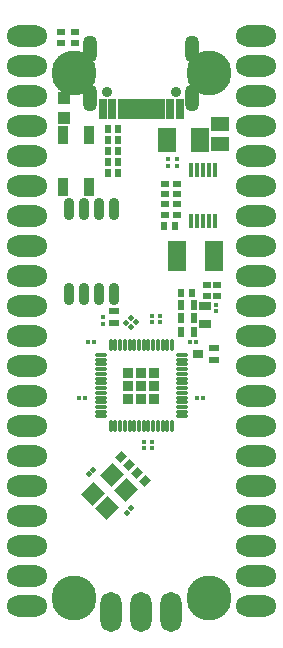
<source format=gts>
G04*
G04 #@! TF.GenerationSoftware,Altium Limited,Altium Designer,20.2.6 (244)*
G04*
G04 Layer_Color=8388736*
%FSLAX44Y44*%
%MOMM*%
G71*
G04*
G04 #@! TF.SameCoordinates,8B2779CE-768C-4C2E-8B4F-FC9E545F8715*
G04*
G04*
G04 #@! TF.FilePolarity,Negative*
G04*
G01*
G75*
%ADD52R,0.6096X0.8636*%
%ADD53R,1.5832X1.3032*%
%ADD54R,0.3748X0.4188*%
%ADD55R,1.0032X1.0032*%
%ADD56R,1.5432X2.0032*%
G04:AMPARAMS|DCode=57|XSize=3.4032mm|YSize=1.8032mm|CornerRadius=0.9016mm|HoleSize=0mm|Usage=FLASHONLY|Rotation=270.000|XOffset=0mm|YOffset=0mm|HoleType=Round|Shape=RoundedRectangle|*
%AMROUNDEDRECTD57*
21,1,3.4032,0.0000,0,0,270.0*
21,1,1.6000,1.8032,0,0,270.0*
1,1,1.8032,0.0000,-0.8000*
1,1,1.8032,0.0000,0.8000*
1,1,1.8032,0.0000,0.8000*
1,1,1.8032,0.0000,-0.8000*
%
%ADD57ROUNDEDRECTD57*%
G04:AMPARAMS|DCode=58|XSize=3.4032mm|YSize=1.8032mm|CornerRadius=0.9016mm|HoleSize=0mm|Usage=FLASHONLY|Rotation=180.000|XOffset=0mm|YOffset=0mm|HoleType=Round|Shape=RoundedRectangle|*
%AMROUNDEDRECTD58*
21,1,3.4032,0.0000,0,0,180.0*
21,1,1.6000,1.8032,0,0,180.0*
1,1,1.8032,-0.8000,0.0000*
1,1,1.8032,0.8000,0.0000*
1,1,1.8032,0.8000,0.0000*
1,1,1.8032,-0.8000,0.0000*
%
%ADD58ROUNDEDRECTD58*%
%ADD59R,0.8032X1.6532*%
%ADD60R,0.5032X1.6532*%
%ADD61R,1.6032X2.6032*%
%ADD62R,0.8532X0.6032*%
%ADD63R,0.8532X0.7032*%
%ADD64R,0.3748X0.3539*%
%ADD65R,1.1032X0.8032*%
%ADD66R,0.6170X0.7270*%
%ADD67R,0.8532X1.5032*%
%ADD68R,0.9524X0.9524*%
G04:AMPARAMS|DCode=69|XSize=0.3017mm|YSize=0.9467mm|CornerRadius=0.0777mm|HoleSize=0mm|Usage=FLASHONLY|Rotation=0.000|XOffset=0mm|YOffset=0mm|HoleType=Round|Shape=RoundedRectangle|*
%AMROUNDEDRECTD69*
21,1,0.3017,0.7913,0,0,0.0*
21,1,0.1463,0.9467,0,0,0.0*
1,1,0.1554,0.0731,-0.3956*
1,1,0.1554,-0.0731,-0.3956*
1,1,0.1554,-0.0731,0.3956*
1,1,0.1554,0.0731,0.3956*
%
%ADD69ROUNDEDRECTD69*%
G04:AMPARAMS|DCode=70|XSize=0.9467mm|YSize=0.3017mm|CornerRadius=0.0777mm|HoleSize=0mm|Usage=FLASHONLY|Rotation=0.000|XOffset=0mm|YOffset=0mm|HoleType=Round|Shape=RoundedRectangle|*
%AMROUNDEDRECTD70*
21,1,0.9467,0.1463,0,0,0.0*
21,1,0.7913,0.3017,0,0,0.0*
1,1,0.1554,0.3956,-0.0731*
1,1,0.1554,-0.3956,-0.0731*
1,1,0.1554,-0.3956,0.0731*
1,1,0.1554,0.3956,0.0731*
%
%ADD70ROUNDEDRECTD70*%
G04:AMPARAMS|DCode=71|XSize=1.8132mm|YSize=0.7832mm|CornerRadius=0.2466mm|HoleSize=0mm|Usage=FLASHONLY|Rotation=270.000|XOffset=0mm|YOffset=0mm|HoleType=Round|Shape=RoundedRectangle|*
%AMROUNDEDRECTD71*
21,1,1.8132,0.2900,0,0,270.0*
21,1,1.3200,0.7832,0,0,270.0*
1,1,0.4932,-0.1450,-0.6600*
1,1,0.4932,-0.1450,0.6600*
1,1,0.4932,0.1450,0.6600*
1,1,0.4932,0.1450,-0.6600*
%
%ADD71ROUNDEDRECTD71*%
%ADD72R,0.4318X1.2524*%
G04:AMPARAMS|DCode=73|XSize=1.5032mm|YSize=1.4032mm|CornerRadius=0mm|HoleSize=0mm|Usage=FLASHONLY|Rotation=225.000|XOffset=0mm|YOffset=0mm|HoleType=Round|Shape=Rectangle|*
%AMROTATEDRECTD73*
4,1,4,0.0354,1.0276,1.0276,0.0354,-0.0354,-1.0276,-1.0276,-0.0354,0.0354,1.0276,0.0*
%
%ADD73ROTATEDRECTD73*%

%ADD74R,0.8636X0.6096*%
G04:AMPARAMS|DCode=75|XSize=0.4188mm|YSize=0.3748mm|CornerRadius=0mm|HoleSize=0mm|Usage=FLASHONLY|Rotation=45.000|XOffset=0mm|YOffset=0mm|HoleType=Round|Shape=Rectangle|*
%AMROTATEDRECTD75*
4,1,4,-0.0156,-0.2806,-0.2806,-0.0156,0.0156,0.2806,0.2806,0.0156,-0.0156,-0.2806,0.0*
%
%ADD75ROTATEDRECTD75*%

%ADD76R,0.4188X0.3748*%
G04:AMPARAMS|DCode=77|XSize=0.4188mm|YSize=0.3748mm|CornerRadius=0mm|HoleSize=0mm|Usage=FLASHONLY|Rotation=315.000|XOffset=0mm|YOffset=0mm|HoleType=Round|Shape=Rectangle|*
%AMROTATEDRECTD77*
4,1,4,-0.2806,0.0156,-0.0156,0.2806,0.2806,-0.0156,0.0156,-0.2806,-0.2806,0.0156,0.0*
%
%ADD77ROTATEDRECTD77*%

%ADD78R,0.7270X0.6170*%
G04:AMPARAMS|DCode=79|XSize=0.617mm|YSize=0.727mm|CornerRadius=0mm|HoleSize=0mm|Usage=FLASHONLY|Rotation=135.000|XOffset=0mm|YOffset=0mm|HoleType=Round|Shape=Rectangle|*
%AMROTATEDRECTD79*
4,1,4,0.4752,0.0389,-0.0389,-0.4752,-0.4752,-0.0389,0.0389,0.4752,0.4752,0.0389,0.0*
%
%ADD79ROTATEDRECTD79*%

%ADD80C,0.9032*%
%ADD81O,1.2532X2.3032*%
%ADD82C,3.8000*%
D52*
X149352Y267970D02*
D03*
X138684D02*
D03*
Y245872D02*
D03*
X149352D02*
D03*
X138684Y257048D02*
D03*
X149352D02*
D03*
D53*
X171450Y404374D02*
D03*
Y421634D02*
D03*
D54*
X127254Y386378D02*
D03*
Y391878D02*
D03*
X168148Y268434D02*
D03*
Y262934D02*
D03*
X107188Y152610D02*
D03*
Y147110D02*
D03*
X72644Y257810D02*
D03*
Y252310D02*
D03*
X113792Y152610D02*
D03*
Y147110D02*
D03*
X135382Y391878D02*
D03*
Y386378D02*
D03*
D55*
X39878Y443357D02*
D03*
Y426339D02*
D03*
D56*
X126416Y407924D02*
D03*
X155016D02*
D03*
D57*
X79600Y8000D02*
D03*
D03*
X105000D02*
D03*
X130400D02*
D03*
D58*
X202000Y496300D02*
D03*
D03*
Y470900D02*
D03*
Y445500D02*
D03*
Y420100D02*
D03*
Y394700D02*
D03*
Y369300D02*
D03*
Y343900D02*
D03*
Y318500D02*
D03*
Y293100D02*
D03*
Y267700D02*
D03*
Y242300D02*
D03*
Y216900D02*
D03*
Y191500D02*
D03*
Y166100D02*
D03*
Y140700D02*
D03*
Y115300D02*
D03*
Y89900D02*
D03*
Y64500D02*
D03*
Y39100D02*
D03*
Y13700D02*
D03*
X8000D02*
D03*
Y39100D02*
D03*
Y64500D02*
D03*
Y89900D02*
D03*
Y115300D02*
D03*
Y140700D02*
D03*
Y166100D02*
D03*
Y191500D02*
D03*
Y216900D02*
D03*
Y242300D02*
D03*
Y267700D02*
D03*
Y293100D02*
D03*
Y318500D02*
D03*
Y343900D02*
D03*
Y369300D02*
D03*
Y394700D02*
D03*
Y420100D02*
D03*
Y445500D02*
D03*
Y470900D02*
D03*
Y496300D02*
D03*
D03*
D59*
X72500Y434050D02*
D03*
X80500D02*
D03*
X129500D02*
D03*
X137500D02*
D03*
D60*
X87500D02*
D03*
X92500D02*
D03*
X97500D02*
D03*
X102500D02*
D03*
X122500D02*
D03*
X117500D02*
D03*
X112500D02*
D03*
X107500D02*
D03*
D61*
X134876Y310134D02*
D03*
X166876D02*
D03*
D62*
X166162Y221568D02*
D03*
Y231568D02*
D03*
D63*
X152862Y226568D02*
D03*
D64*
X120904Y258816D02*
D03*
Y253939D02*
D03*
X114046Y258917D02*
D03*
Y254040D02*
D03*
D65*
X158496Y252342D02*
D03*
Y267342D02*
D03*
D66*
X85576Y389382D02*
D03*
X76476D02*
D03*
Y379984D02*
D03*
X85576D02*
D03*
X76476Y398780D02*
D03*
X85576D02*
D03*
X133328Y335534D02*
D03*
X124228D02*
D03*
X85576Y408178D02*
D03*
X76476D02*
D03*
X147552Y278130D02*
D03*
X138452D02*
D03*
X76476Y417576D02*
D03*
X85576D02*
D03*
D67*
X38862Y368496D02*
D03*
Y412496D02*
D03*
X60362D02*
D03*
Y368496D02*
D03*
D68*
X116000Y211000D02*
D03*
Y200000D02*
D03*
Y189000D02*
D03*
X105000Y211000D02*
D03*
Y200000D02*
D03*
Y189000D02*
D03*
X94000Y211000D02*
D03*
Y200000D02*
D03*
Y189000D02*
D03*
D69*
X131000Y234350D02*
D03*
X127000D02*
D03*
Y165650D02*
D03*
X131000D02*
D03*
X123000Y234350D02*
D03*
X119000D02*
D03*
X115000D02*
D03*
X111000D02*
D03*
X107000D02*
D03*
Y165650D02*
D03*
X111000D02*
D03*
X115000D02*
D03*
X119000D02*
D03*
X123000D02*
D03*
X103000Y234350D02*
D03*
X99000D02*
D03*
X95000D02*
D03*
X91000D02*
D03*
X87000D02*
D03*
Y165650D02*
D03*
X91000D02*
D03*
X95000D02*
D03*
X99000D02*
D03*
X103000D02*
D03*
X83000Y234350D02*
D03*
X79000D02*
D03*
Y165650D02*
D03*
X83000D02*
D03*
D70*
X139350Y222000D02*
D03*
Y226000D02*
D03*
Y202000D02*
D03*
Y206000D02*
D03*
Y210000D02*
D03*
Y214000D02*
D03*
Y218000D02*
D03*
Y182000D02*
D03*
Y186000D02*
D03*
Y190000D02*
D03*
Y194000D02*
D03*
Y198000D02*
D03*
Y174000D02*
D03*
Y178000D02*
D03*
X70650Y226000D02*
D03*
Y222000D02*
D03*
Y218000D02*
D03*
Y214000D02*
D03*
Y210000D02*
D03*
Y206000D02*
D03*
Y202000D02*
D03*
Y198000D02*
D03*
Y194000D02*
D03*
Y190000D02*
D03*
Y186000D02*
D03*
Y182000D02*
D03*
Y178000D02*
D03*
Y174000D02*
D03*
D71*
X81534Y349486D02*
D03*
X68834D02*
D03*
X56134D02*
D03*
X43434D02*
D03*
Y277386D02*
D03*
X56134D02*
D03*
X68834D02*
D03*
X81534D02*
D03*
D72*
X146964Y382778D02*
D03*
X151968D02*
D03*
X156972D02*
D03*
X161976D02*
D03*
X166980D02*
D03*
Y339090D02*
D03*
X161976D02*
D03*
X156972D02*
D03*
X151968D02*
D03*
X146964D02*
D03*
D73*
X79746Y124025D02*
D03*
X64189Y108468D02*
D03*
X76210Y96447D02*
D03*
X91767Y112004D02*
D03*
D74*
X81534Y263652D02*
D03*
Y252984D02*
D03*
D75*
X64174Y128945D02*
D03*
X60286Y125056D02*
D03*
X92543Y92289D02*
D03*
X96433Y96179D02*
D03*
D76*
X57360Y189738D02*
D03*
X51860D02*
D03*
X64980Y237236D02*
D03*
X59480D02*
D03*
X146094Y236982D02*
D03*
X151594D02*
D03*
X151682Y189738D02*
D03*
X157182D02*
D03*
D77*
X100497Y253834D02*
D03*
X96608Y257722D02*
D03*
X96056Y249315D02*
D03*
X92167Y253204D02*
D03*
D78*
X169418Y276120D02*
D03*
Y285220D02*
D03*
X160274D02*
D03*
Y276120D02*
D03*
X48768Y490242D02*
D03*
Y499342D02*
D03*
X37084D02*
D03*
Y490242D02*
D03*
X134874Y353546D02*
D03*
Y344446D02*
D03*
Y361972D02*
D03*
Y371072D02*
D03*
X124714Y361972D02*
D03*
Y371072D02*
D03*
Y344446D02*
D03*
Y353546D02*
D03*
D79*
X101685Y125899D02*
D03*
X108119Y119465D02*
D03*
X94403Y133181D02*
D03*
X87969Y139615D02*
D03*
D80*
X76100Y448500D02*
D03*
X133900D02*
D03*
D81*
X61800Y485000D02*
D03*
X148200D02*
D03*
X61800Y443200D02*
D03*
X148200D02*
D03*
D82*
X48000Y20000D02*
D03*
Y465000D02*
D03*
X162000D02*
D03*
Y20000D02*
D03*
M02*

</source>
